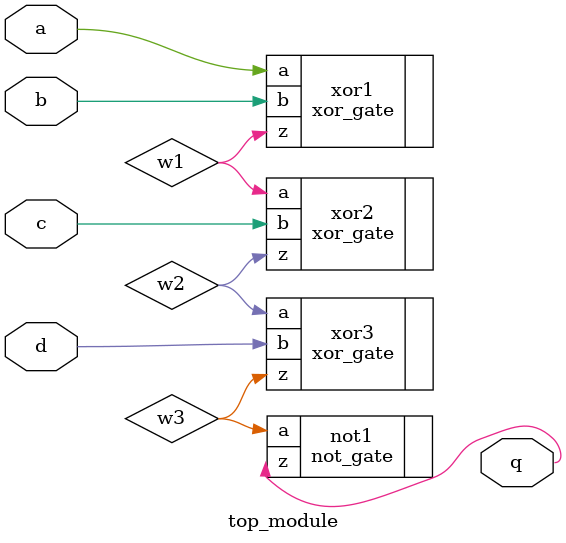
<source format=sv>
module top_module (
	input a,
	input b,
	input c,
	input d,
	output q
);
	
	wire w1, w2, w3, w4;
	
	// Perform XOR operation on inputs a, b, c, and d
	xor_gate xor1 (
		.a(a),
		.b(b),
		.z(w1)
	);
	xor_gate xor2 (
		.a(w1),
		.b(c),
		.z(w2)
	);
	xor_gate xor3 (
		.a(w2),
		.b(d),
		.z(w3)
	);
	
	// Invert the result
	not_gate not1 (
		.a(w3),
		.z(q)
	);
	
endmodule

</source>
